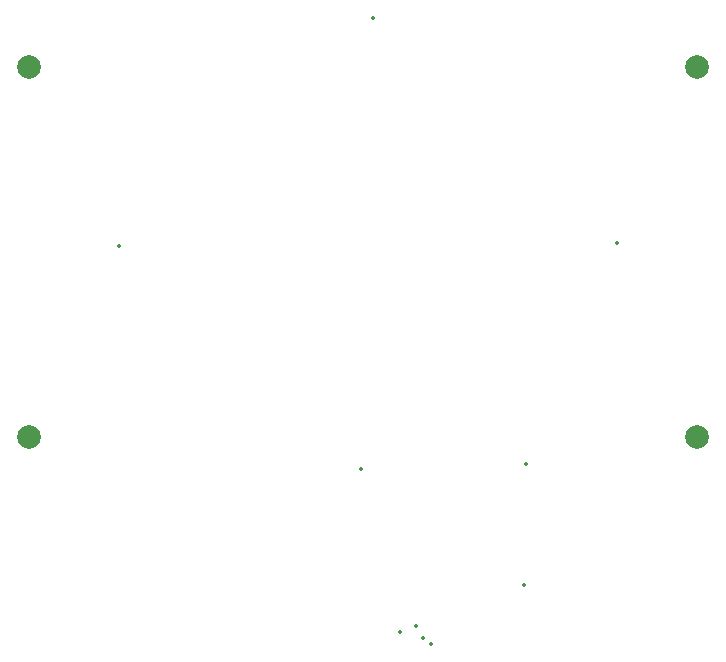
<source format=gbr>
%TF.GenerationSoftware,Altium Limited,Altium Designer,21.8.1 (53)*%
G04 Layer_Color=0*
%FSLAX45Y45*%
%MOMM*%
%TF.SameCoordinates,9CAB6441-B9E9-44DD-A1F1-36E89FF17874*%
%TF.FilePolarity,Positive*%
%TF.FileFunction,Plated,1,2,PTH,Drill*%
%TF.Part,Single*%
G01*
G75*
%TA.AperFunction,ComponentDrill*%
%ADD22C,2.00000*%
%TA.AperFunction,ViaDrill,NotFilled*%
%ADD23C,0.35000*%
D22*
X0Y1000D02*
D03*
Y3139700D02*
D03*
X5656500Y1000D02*
D03*
Y3139700D02*
D03*
D23*
X3144308Y-1647290D02*
D03*
X761661Y1623578D02*
D03*
X2908786Y3555992D02*
D03*
X4975960Y1647949D02*
D03*
X4203274Y-227336D02*
D03*
X4189287Y-1246508D02*
D03*
X3404905Y-1749158D02*
D03*
X3275122Y-1597604D02*
D03*
X3332431Y-1698654D02*
D03*
X2806993Y-268867D02*
D03*
%TF.MD5,f4146791728a4b3a0947ee6d1982b05f*%
M02*

</source>
